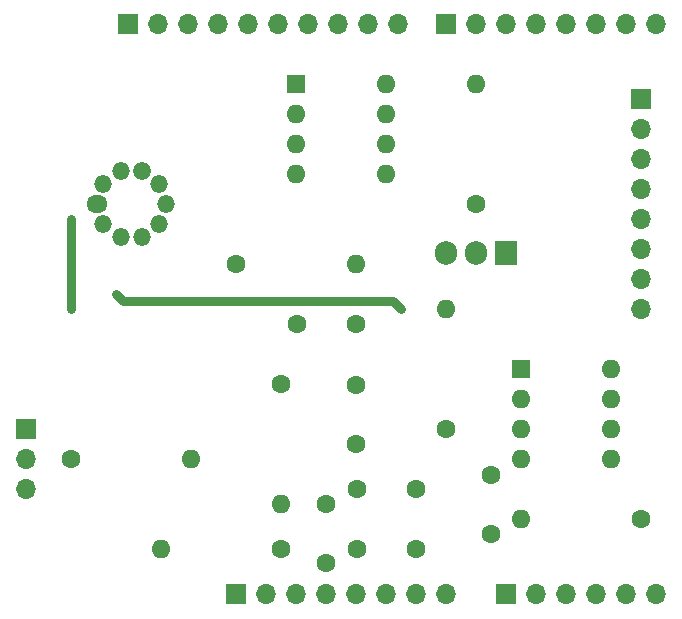
<source format=gbr>
%TF.GenerationSoftware,KiCad,Pcbnew,7.0.9*%
%TF.CreationDate,2023-12-15T17:57:28+01:00*%
%TF.ProjectId,MOSHield2,4d4f5348-6965-46c6-9432-2e6b69636164,rev?*%
%TF.SameCoordinates,Original*%
%TF.FileFunction,Copper,L1,Top*%
%TF.FilePolarity,Positive*%
%FSLAX46Y46*%
G04 Gerber Fmt 4.6, Leading zero omitted, Abs format (unit mm)*
G04 Created by KiCad (PCBNEW 7.0.9) date 2023-12-15 17:57:28*
%MOMM*%
%LPD*%
G01*
G04 APERTURE LIST*
%TA.AperFunction,ComponentPad*%
%ADD10R,1.700000X1.700000*%
%TD*%
%TA.AperFunction,ComponentPad*%
%ADD11O,1.700000X1.700000*%
%TD*%
%TA.AperFunction,ComponentPad*%
%ADD12C,1.600000*%
%TD*%
%TA.AperFunction,ComponentPad*%
%ADD13O,1.600000X1.600000*%
%TD*%
%TA.AperFunction,ComponentPad*%
%ADD14R,1.600000X1.600000*%
%TD*%
%TA.AperFunction,ComponentPad*%
%ADD15R,1.905000X2.000000*%
%TD*%
%TA.AperFunction,ComponentPad*%
%ADD16O,1.905000X2.000000*%
%TD*%
%TA.AperFunction,ComponentPad*%
%ADD17O,1.800000X1.500000*%
%TD*%
%TA.AperFunction,ComponentPad*%
%ADD18O,1.500000X1.500000*%
%TD*%
%TA.AperFunction,ComponentPad*%
%ADD19O,1.550000X1.500000*%
%TD*%
%TA.AperFunction,ViaPad*%
%ADD20C,0.600000*%
%TD*%
%TA.AperFunction,Conductor*%
%ADD21C,0.800000*%
%TD*%
G04 APERTURE END LIST*
D10*
%TO.P,J1,1,Pin_1*%
%TO.N,unconnected-(J1-Pin_1-Pad1)*%
X127940000Y-97460000D03*
D11*
%TO.P,J1,2,Pin_2*%
%TO.N,/IOREF*%
X130480000Y-97460000D03*
%TO.P,J1,3,Pin_3*%
%TO.N,/~{RESET}*%
X133020000Y-97460000D03*
%TO.P,J1,4,Pin_4*%
%TO.N,+3.3V*%
X135560000Y-97460000D03*
%TO.P,J1,5,Pin_5*%
%TO.N,+5V*%
X138100000Y-97460000D03*
%TO.P,J1,6,Pin_6*%
%TO.N,GND*%
X140640000Y-97460000D03*
%TO.P,J1,7,Pin_7*%
X143180000Y-97460000D03*
%TO.P,J1,8,Pin_8*%
%TO.N,VCC*%
X145720000Y-97460000D03*
%TD*%
D10*
%TO.P,J3,1,Pin_1*%
%TO.N,VADC_GAS*%
X150800000Y-97460000D03*
D11*
%TO.P,J3,2,Pin_2*%
%TO.N,VADC_TEMP*%
X153340000Y-97460000D03*
%TO.P,J3,3,Pin_3*%
%TO.N,/A2*%
X155880000Y-97460000D03*
%TO.P,J3,4,Pin_4*%
%TO.N,/A3*%
X158420000Y-97460000D03*
%TO.P,J3,5,Pin_5*%
%TO.N,/SDA{slash}A4*%
X160960000Y-97460000D03*
%TO.P,J3,6,Pin_6*%
%TO.N,/SCL{slash}A5*%
X163500000Y-97460000D03*
%TD*%
D10*
%TO.P,J2,1,Pin_1*%
%TO.N,/SCL{slash}A5*%
X118796000Y-49200000D03*
D11*
%TO.P,J2,2,Pin_2*%
%TO.N,/SDA{slash}A4*%
X121336000Y-49200000D03*
%TO.P,J2,3,Pin_3*%
%TO.N,/AREF*%
X123876000Y-49200000D03*
%TO.P,J2,4,Pin_4*%
%TO.N,GND*%
X126416000Y-49200000D03*
%TO.P,J2,5,Pin_5*%
%TO.N,SCK*%
X128956000Y-49200000D03*
%TO.P,J2,6,Pin_6*%
%TO.N,/12*%
X131496000Y-49200000D03*
%TO.P,J2,7,Pin_7*%
%TO.N,SMOSI*%
X134036000Y-49200000D03*
%TO.P,J2,8,Pin_8*%
%TO.N,CS*%
X136576000Y-49200000D03*
%TO.P,J2,9,Pin_9*%
%TO.N,/\u002A9*%
X139116000Y-49200000D03*
%TO.P,J2,10,Pin_10*%
%TO.N,/8*%
X141656000Y-49200000D03*
%TD*%
D10*
%TO.P,J4,1,Pin_1*%
%TO.N,/7*%
X145720000Y-49200000D03*
D11*
%TO.P,J4,2,Pin_2*%
%TO.N,PWM*%
X148260000Y-49200000D03*
%TO.P,J4,3,Pin_3*%
%TO.N,RST*%
X150800000Y-49200000D03*
%TO.P,J4,4,Pin_4*%
%TO.N,RX*%
X153340000Y-49200000D03*
%TO.P,J4,5,Pin_5*%
%TO.N,TX*%
X155880000Y-49200000D03*
%TO.P,J4,6,Pin_6*%
%TO.N,/2*%
X158420000Y-49200000D03*
%TO.P,J4,7,Pin_7*%
%TO.N,/TX{slash}1*%
X160960000Y-49200000D03*
%TO.P,J4,8,Pin_8*%
%TO.N,/RX{slash}0*%
X163500000Y-49200000D03*
%TD*%
D12*
%TO.P,C4,1*%
%TO.N,R2*%
X133060000Y-74600000D03*
%TO.P,C4,2*%
%TO.N,Net-(C4-Pad2)*%
X138060000Y-74600000D03*
%TD*%
D10*
%TO.P,J5,1,Pin_1*%
%TO.N,IGAS1*%
X110160000Y-83505000D03*
D11*
%TO.P,J5,2,Pin_2*%
%TO.N,Net-(J5-Pin_2)*%
X110160000Y-86045000D03*
%TO.P,J5,3,Pin_3*%
%TO.N,IGAS2*%
X110160000Y-88585000D03*
%TD*%
D12*
%TO.P,C5,1*%
%TO.N,VCC*%
X143140000Y-88570000D03*
%TO.P,C5,2*%
%TO.N,GND*%
X138140000Y-88570000D03*
%TD*%
%TO.P,C6,1*%
%TO.N,+3.3V*%
X135560000Y-94840000D03*
%TO.P,C6,2*%
%TO.N,GND*%
X135560000Y-89840000D03*
%TD*%
%TO.P,R8,1*%
%TO.N,VCC*%
X145720000Y-83490000D03*
D13*
%TO.P,R8,2*%
%TO.N,VHEAT*%
X145720000Y-73330000D03*
%TD*%
D12*
%TO.P,C1,1*%
%TO.N,Net-(U1-+)*%
X138100000Y-79720000D03*
%TO.P,C1,2*%
%TO.N,GND*%
X138100000Y-84720000D03*
%TD*%
%TO.P,R3,1*%
%TO.N,R2*%
X127940000Y-69520000D03*
D13*
%TO.P,R3,2*%
%TO.N,Net-(C4-Pad2)*%
X138100000Y-69520000D03*
%TD*%
D14*
%TO.P,U1,1,NC*%
%TO.N,unconnected-(U1-NC-Pad1)*%
X152080000Y-78420000D03*
D13*
%TO.P,U1,2,-*%
%TO.N,R2*%
X152080000Y-80960000D03*
%TO.P,U1,3,+*%
%TO.N,Net-(U1-+)*%
X152080000Y-83500000D03*
%TO.P,U1,4,V-*%
%TO.N,GND*%
X152080000Y-86040000D03*
%TO.P,U1,5,NC*%
%TO.N,unconnected-(U1-NC-Pad5)*%
X159700000Y-86040000D03*
%TO.P,U1,6*%
%TO.N,Net-(C4-Pad2)*%
X159700000Y-83500000D03*
%TO.P,U1,7,V+*%
%TO.N,+5V*%
X159700000Y-80960000D03*
%TO.P,U1,8,NC*%
%TO.N,unconnected-(U1-NC-Pad8)*%
X159700000Y-78420000D03*
%TD*%
D15*
%TO.P,Q1,1,G*%
%TO.N,Net-(Q1-G)*%
X150800000Y-68575000D03*
D16*
%TO.P,Q1,2,D*%
%TO.N,VHEAT*%
X148260000Y-68575000D03*
%TO.P,Q1,3,S*%
%TO.N,GND*%
X145720000Y-68575000D03*
%TD*%
D12*
%TO.P,R7,1*%
%TO.N,Net-(Q1-G)*%
X148260000Y-64440000D03*
D13*
%TO.P,R7,2*%
%TO.N,PWM*%
X148260000Y-54280000D03*
%TD*%
D12*
%TO.P,R6,1*%
%TO.N,Net-(C4-Pad2)*%
X162230000Y-91110000D03*
D13*
%TO.P,R6,2*%
%TO.N,VADC_GAS*%
X152070000Y-91110000D03*
%TD*%
D12*
%TO.P,C2,1*%
%TO.N,VADC_GAS*%
X149530000Y-92340000D03*
%TO.P,C2,2*%
%TO.N,GND*%
X149530000Y-87340000D03*
%TD*%
D14*
%TO.P,U2,1,~{CS}*%
%TO.N,CS*%
X133030000Y-54290000D03*
D13*
%TO.P,U2,2,SCK*%
%TO.N,SCK*%
X133030000Y-56830000D03*
%TO.P,U2,3,SI*%
%TO.N,SMOSI*%
X133030000Y-59370000D03*
%TO.P,U2,4,VSS*%
%TO.N,GND*%
X133030000Y-61910000D03*
%TO.P,U2,5,PA0*%
%TO.N,R2*%
X140650000Y-61910000D03*
%TO.P,U2,6,PW0*%
%TO.N,GND*%
X140650000Y-59370000D03*
%TO.P,U2,7,PB0*%
X140650000Y-56830000D03*
%TO.P,U2,8,VDD*%
%TO.N,+5V*%
X140650000Y-54290000D03*
%TD*%
D10*
%TO.P,J7,1,Pin_1*%
%TO.N,TX*%
X162230000Y-55550000D03*
D11*
%TO.P,J7,2,Pin_2*%
%TO.N,RX*%
X162230000Y-58090000D03*
%TO.P,J7,3,Pin_3*%
%TO.N,unconnected-(J7-Pin_3-Pad3)*%
X162230000Y-60630000D03*
%TO.P,J7,4,Pin_4*%
%TO.N,unconnected-(J7-Pin_4-Pad4)*%
X162230000Y-63170000D03*
%TO.P,J7,5,Pin_5*%
%TO.N,RST*%
X162230000Y-65710000D03*
%TO.P,J7,6,Pin_6*%
%TO.N,+3.3V*%
X162230000Y-68250000D03*
%TO.P,J7,7,Pin_7*%
%TO.N,unconnected-(J7-Pin_7-Pad7)*%
X162230000Y-70790000D03*
%TO.P,J7,8,Pin_8*%
%TO.N,GND*%
X162230000Y-73330000D03*
%TD*%
D12*
%TO.P,R4,1*%
%TO.N,+5V*%
X131750000Y-93650000D03*
D13*
%TO.P,R4,2*%
%TO.N,VADC_TEMP*%
X121590000Y-93650000D03*
%TD*%
D12*
%TO.P,R5,1*%
%TO.N,Net-(J5-Pin_2)*%
X113970000Y-86030000D03*
D13*
%TO.P,R5,2*%
%TO.N,Net-(U1-+)*%
X124130000Y-86030000D03*
%TD*%
D17*
%TO.P,GS1,1,TempA*%
%TO.N,VADC_TEMP*%
X116135000Y-64440000D03*
D18*
%TO.P,GS1,2,Gas1A*%
%TO.N,IGAS1*%
X116692670Y-66156333D03*
%TO.P,GS1,3,HeatA*%
%TO.N,VHEAT*%
X118152670Y-67217085D03*
%TO.P,GS1,4,Gas1B*%
%TO.N,+5V*%
X119957330Y-67217085D03*
%TO.P,GS1,5,NC*%
%TO.N,unconnected-(GS1-NC-Pad5)*%
X121417330Y-66156333D03*
%TO.P,GS1,6,TempB*%
%TO.N,GND*%
X121975000Y-64440000D03*
%TO.P,GS1,7,Gas2A*%
%TO.N,IGAS2*%
X121417330Y-62723667D03*
D19*
%TO.P,GS1,8,HeatB*%
%TO.N,GND*%
X119957330Y-61662915D03*
D18*
%TO.P,GS1,9,Gas2B*%
%TO.N,+5V*%
X118152670Y-61662915D03*
%TO.P,GS1,10,NC*%
%TO.N,unconnected-(GS1-NC-Pad10)*%
X116692670Y-62723667D03*
%TD*%
D12*
%TO.P,C3,1*%
%TO.N,+5V*%
X138180000Y-93650000D03*
%TO.P,C3,2*%
%TO.N,GND*%
X143180000Y-93650000D03*
%TD*%
%TO.P,R1,1*%
%TO.N,Net-(U1-+)*%
X131750000Y-79680000D03*
D13*
%TO.P,R1,2*%
%TO.N,GND*%
X131750000Y-89840000D03*
%TD*%
D20*
%TO.N,VADC_TEMP*%
X113970000Y-73330000D03*
X113970000Y-65710000D03*
%TO.N,VHEAT*%
X117780000Y-72060000D03*
X141910000Y-73330000D03*
%TD*%
D21*
%TO.N,VADC_TEMP*%
X113970000Y-73330000D02*
X113970000Y-65710000D01*
%TO.N,VHEAT*%
X141180000Y-72600000D02*
X141910000Y-73330000D01*
X118320000Y-72600000D02*
X141180000Y-72600000D01*
X117780000Y-72060000D02*
X118320000Y-72600000D01*
%TD*%
M02*

</source>
